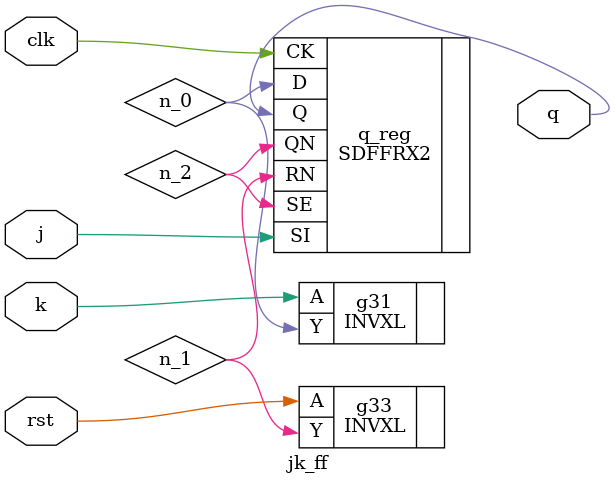
<source format=v>


// Verification Directory fv/jk_ff 

module jk_ff(j, k, clk, rst, q);
  input j, k, clk, rst;
  output q;
  wire j, k, clk, rst;
  wire q;
  wire n_0, n_1, n_2;
  INVXL g33(.A (rst), .Y (n_1));
  INVXL g31(.A (k), .Y (n_0));
  SDFFRX2 q_reg(.RN (n_1), .CK (clk), .D (n_0), .SE (n_2), .SI (j), .Q
       (q), .QN (n_2));
endmodule


</source>
